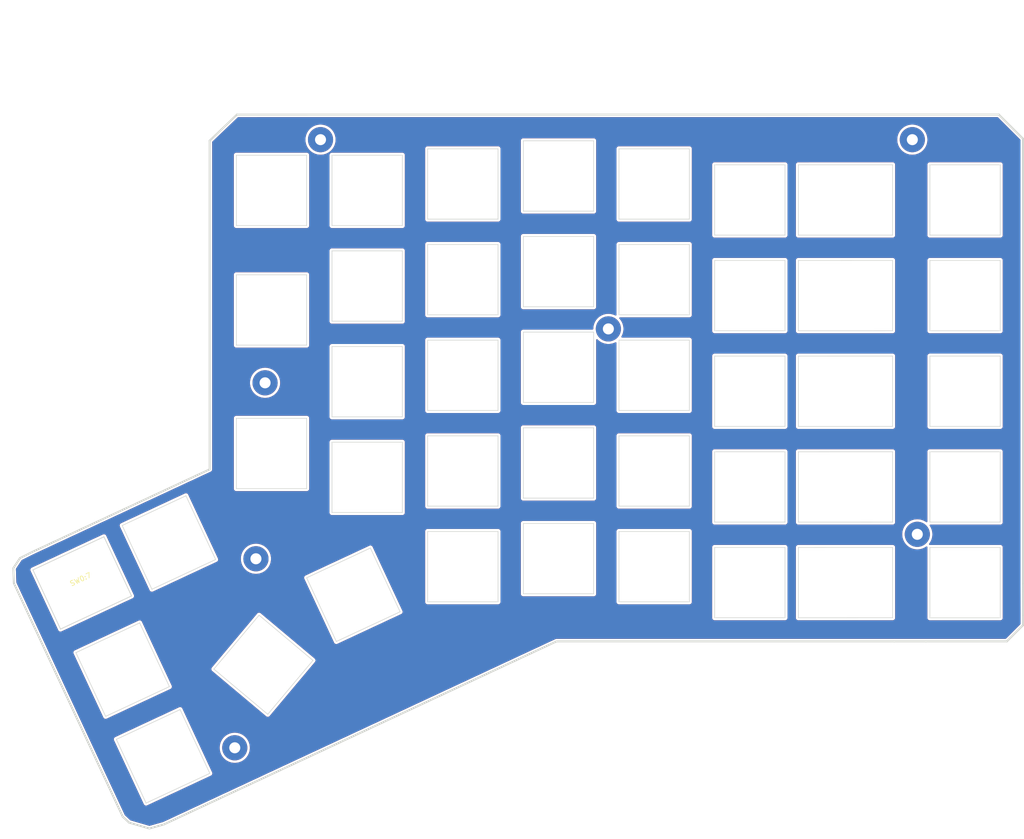
<source format=kicad_pcb>
(kicad_pcb (version 20211014) (generator pcbnew)
  (layers (0 "F.Cu" signal "Front") (31 "B.Cu" signal "Back") (34 "B.Paste" user) (35 "F.Paste" user) (36 "B.SilkS" user "B.Silkscreen") (37 "F.SilkS" user "F.Silkscreen") (38 "B.Mask" user) (39 "F.Mask" user) (44 "Edge.Cuts" user))
  (net 0 "")
  (footprint "SofleChocTop:SW_Hole_1.5" (layer "F.Cu") (at 186.6905 143.20266)
    (fp_text reference "SW1:13" hide)
    (fp_text value "SW1:0" hide)
    (fp_line (start -9.3807 7.00266) (end 9.3808 7) (layer "Edge.Cuts") (width 0.12))
    (fp_line (start -9.3807 -6.99734) (end -9.3807 7.00266) (layer "Edge.Cuts") (width 0.12))
    (fp_line (start 9.3808 7) (end 9.3808 -7) (layer "Edge.Cuts") (width 0.12))
    (fp_line (start 9.3808 -7) (end -9.3807 -6.99734) (layer "Edge.Cuts") (width 0.12))
  )
  (footprint "SofleChocTop:SW_Hole" (layer "F.Cu") (at 129.54 138.43)
    (fp_text reference "SW1:10" hide)
    (fp_text value "SW1:3" hide)
    (fp_line (start 7 7) (end 7 -7) (layer "Edge.Cuts") (width 0.12))
    (fp_line (start 7 -7) (end -7 -7) (layer "Edge.Cuts") (width 0.12))
    (fp_line (start -7 7) (end 7 7) (layer "Edge.Cuts") (width 0.12))
    (fp_line (start -7 -7) (end -7 7) (layer "Edge.Cuts") (width 0.12))
  )
  (footprint "SofleChocTop:SW_Hole" (layer "F.Cu") (at 110.49 140.02766)
    (fp_text reference "SW1:9" hide)
    (fp_text value "SW1:4" hide)
    (fp_line (start -7 -7) (end -7 7) (layer "Edge.Cuts") (width 0.12))
    (fp_line (start 7 7) (end 7 -7) (layer "Edge.Cuts") (width 0.12))
    (fp_line (start 7 -7) (end -7 -7) (layer "Edge.Cuts") (width 0.12))
    (fp_line (start -7 7) (end 7 7) (layer "Edge.Cuts") (width 0.12))
  )
  (footprint "SofleChocTop:SW_Hole_1.5" (layer "F.Cu") (at 186.6905 124.15266)
    (fp_text reference "SW2:13" hide)
    (fp_text value "SW2:0" hide)
    (fp_line (start 9.3808 7) (end 9.3808 -7) (layer "Edge.Cuts") (width 0.12))
    (fp_line (start -9.3807 7.00266) (end 9.3808 7) (layer "Edge.Cuts") (width 0.12))
    (fp_line (start 9.3808 -7) (end -9.3807 -6.99734) (layer "Edge.Cuts") (width 0.12))
    (fp_line (start -9.3807 -6.99734) (end -9.3807 7.00266) (layer "Edge.Cuts") (width 0.12))
  )
  (footprint "SofleChocTop:SW_Hole" (layer "F.Cu") (at 129.54 119.38)
    (fp_text reference "SW2:10" hide)
    (fp_text value "SW2:3" hide)
    (fp_line (start -7 -7) (end -7 7) (layer "Edge.Cuts") (width 0.12))
    (fp_line (start 7 -7) (end -7 -7) (layer "Edge.Cuts") (width 0.12))
    (fp_line (start -7 7) (end 7 7) (layer "Edge.Cuts") (width 0.12))
    (fp_line (start 7 7) (end 7 -7) (layer "Edge.Cuts") (width 0.12))
  )
  (footprint "SofleChocTop:SW_Hole" (layer "F.Cu") (at 110.49 120.97766)
    (fp_text reference "SW2:9" hide)
    (fp_text value "SW2:4" hide)
    (fp_line (start -7 -7) (end -7 7) (layer "Edge.Cuts") (width 0.12))
    (fp_line (start -7 7) (end 7 7) (layer "Edge.Cuts") (width 0.12))
    (fp_line (start 7 -7) (end -7 -7) (layer "Edge.Cuts") (width 0.12))
    (fp_line (start 7 7) (end 7 -7) (layer "Edge.Cuts") (width 0.12))
  )
  (footprint "SofleChocTop:SW_Hole" (layer "F.Cu") (at 72.39 117.48516 90)
    (fp_text reference "SW2:7" hide)
    (fp_text value "SW2:6" hide)
    (fp_line (start -7 -7) (end -7 7) (layer "Edge.Cuts") (width 0.12))
    (fp_line (start 7 7) (end 7 -7) (layer "Edge.Cuts") (width 0.12))
    (fp_line (start -7 7) (end 7 7) (layer "Edge.Cuts") (width 0.12))
    (fp_line (start 7 -7) (end -7 -7) (layer "Edge.Cuts") (width 0.12))
  )
  (footprint "SofleChocTop:SW_Hole_1.5" (layer "F.Cu") (at 186.6905 105.10266)
    (fp_text reference "SW3:13" hide)
    (fp_text value "SW3:0" hide)
    (fp_line (start -9.3807 7.00266) (end 9.3808 7) (layer "Edge.Cuts") (width 0.12))
    (fp_line (start -9.3807 -6.99734) (end -9.3807 7.00266) (layer "Edge.Cuts") (width 0.12))
    (fp_line (start 9.3808 -7) (end -9.3807 -6.99734) (layer "Edge.Cuts") (width 0.12))
    (fp_line (start 9.3808 7) (end 9.3808 -7) (layer "Edge.Cuts") (width 0.12))
  )
  (footprint "SofleChocTop:SW_Hole" (layer "F.Cu") (at 148.59 101.92766)
    (fp_text reference "SW3:11" hide)
    (fp_text value "SW3:2" hide)
    (fp_line (start -7 -7) (end -7 7) (layer "Edge.Cuts") (width 0.12))
    (fp_line (start 7 7) (end 7 -7) (layer "Edge.Cuts") (width 0.12))
    (fp_line (start 7 -7) (end -7 -7) (layer "Edge.Cuts") (width 0.12))
    (fp_line (start -7 7) (end 7 7) (layer "Edge.Cuts") (width 0.12))
  )
  (footprint "SofleChocTop:SW_Hole" (layer "F.Cu") (at 129.54 100.33)
    (fp_text reference "SW3:10" hide)
    (fp_text value "SW3:3" hide)
    (fp_line (start -7 -7) (end -7 7) (layer "Edge.Cuts") (width 0.12))
    (fp_line (start 7 -7) (end -7 -7) (layer "Edge.Cuts") (width 0.12))
    (fp_line (start -7 7) (end 7 7) (layer "Edge.Cuts") (width 0.12))
    (fp_line (start 7 7) (end 7 -7) (layer "Edge.Cuts") (width 0.12))
  )
  (footprint "SofleChocTop:SW_Hole" (layer "F.Cu") (at 110.49 101.92766)
    (fp_text reference "SW3:9" hide)
    (fp_text value "SW3:4" hide)
    (fp_line (start 7 7) (end 7 -7) (layer "Edge.Cuts") (width 0.12))
    (fp_line (start -7 7) (end 7 7) (layer "Edge.Cuts") (width 0.12))
    (fp_line (start 7 -7) (end -7 -7) (layer "Edge.Cuts") (width 0.12))
    (fp_line (start -7 -7) (end -7 7) (layer "Edge.Cuts") (width 0.12))
  )
  (footprint "SofleChocTop:SW_Hole" (layer "F.Cu") (at 91.44 103.19766)
    (fp_text reference "SW3:8" hide)
    (fp_text value "SW3:5" hide)
    (fp_line (start -7 7) (end 7 7) (layer "Edge.Cuts") (width 0.12))
    (fp_line (start -7 -7) (end -7 7) (layer "Edge.Cuts") (width 0.12))
    (fp_line (start 7 7) (end 7 -7) (layer "Edge.Cuts") (width 0.12))
    (fp_line (start 7 -7) (end -7 -7) (layer "Edge.Cuts") (width 0.12))
  )
  (footprint "SofleChocTop:SW_Hole_1.5" (layer "F.Cu") (at 186.6905 86.05266)
    (fp_text reference "SW4:13" hide)
    (fp_text value "SW4:0" hide)
    (fp_line (start -9.3807 -6.99734) (end -9.3807 7.00266) (layer "Edge.Cuts") (width 0.12))
    (fp_line (start -9.3807 7.00266) (end 9.3808 7) (layer "Edge.Cuts") (width 0.12))
    (fp_line (start 9.3808 -7) (end -9.3807 -6.99734) (layer "Edge.Cuts") (width 0.12))
    (fp_line (start 9.3808 7) (end 9.3808 -7) (layer "Edge.Cuts") (width 0.12))
  )
  (footprint "SofleChocTop:SW_Hole" (layer "F.Cu") (at 167.64 86.05266)
    (fp_text reference "SW4:12" hide)
    (fp_text value "SW4:1" hide)
    (fp_line (start -7 -7) (end -7 7) (layer "Edge.Cuts") (width 0.12))
    (fp_line (start 7 7) (end 7 -7) (layer "Edge.Cuts") (width 0.12))
    (fp_line (start -7 7) (end 7 7) (layer "Edge.Cuts") (width 0.12))
    (fp_line (start 7 -7) (end -7 -7) (layer "Edge.Cuts") (width 0.12))
  )
  (footprint "SofleChocTop:SW_Hole" (layer "F.Cu") (at 148.59 82.87766)
    (fp_text reference "SW4:11" hide)
    (fp_text value "SW4:2" hide)
    (fp_line (start 7 -7) (end -7 -7) (layer "Edge.Cuts") (width 0.12))
    (fp_line (start -7 -7) (end -7 7) (layer "Edge.Cuts") (width 0.12))
    (fp_line (start -7 7) (end 7 7) (layer "Edge.Cuts") (width 0.12))
    (fp_line (start 7 7) (end 7 -7) (layer "Edge.Cuts") (width 0.12))
  )
  (footprint "SofleChocTop:SW_Hole" (layer "F.Cu") (at 129.54 81.28)
    (fp_text reference "SW4:10" hide)
    (fp_text value "SW4:3" hide)
    (fp_line (start 7 -7) (end -7 -7) (layer "Edge.Cuts") (width 0.12))
    (fp_line (start -7 -7) (end -7 7) (layer "Edge.Cuts") (width 0.12))
    (fp_line (start 7 7) (end 7 -7) (layer "Edge.Cuts") (width 0.12))
    (fp_line (start -7 7) (end 7 7) (layer "Edge.Cuts") (width 0.12))
  )
  (footprint "SofleChocTop:SW_Hole" (layer "F.Cu") (at 110.49 82.87766)
    (fp_text reference "SW4:9" hide)
    (fp_text value "SW4:4" hide)
    (fp_line (start -7 7) (end 7 7) (layer "Edge.Cuts") (width 0.12))
    (fp_line (start -7 -7) (end -7 7) (layer "Edge.Cuts") (width 0.12))
    (fp_line (start 7 -7) (end -7 -7) (layer "Edge.Cuts") (width 0.12))
    (fp_line (start 7 7) (end 7 -7) (layer "Edge.Cuts") (width 0.12))
  )
  (footprint "SofleChocTop:SW_Hole" (layer "F.Cu") (at 91.44 84.14766)
    (fp_text reference "SW4:8" hide)
    (fp_text value "SW4:5" hide)
    (fp_line (start -7 7) (end 7 7) (layer "Edge.Cuts") (width 0.12))
    (fp_line (start 7 -7) (end -7 -7) (layer "Edge.Cuts") (width 0.12))
    (fp_line (start 7 7) (end 7 -7) (layer "Edge.Cuts") (width 0.12))
    (fp_line (start -7 -7) (end -7 7) (layer "Edge.Cuts") (width 0.12))
  )
  (footprint "SofleChocTop:SW_Hole" (layer "F.Cu") (at 72.39 88.91016 90)
    (fp_text reference "SW4:7" hide)
    (fp_text value "SW4:6" hide)
    (fp_line (start -7 -7) (end -7 7) (layer "Edge.Cuts") (width 0.12))
    (fp_line (start 7 -7) (end -7 -7) (layer "Edge.Cuts") (width 0.12))
    (fp_line (start 7 7) (end 7 -7) (layer "Edge.Cuts") (width 0.12))
    (fp_line (start -7 7) (end 7 7) (layer "Edge.Cuts") (width 0.12))
  )
  (footprint "SofleChocTop:SW_Hole" (layer "F.Cu") (at 88.691 145.628 25)
    (fp_text reference "SW0:10" hide)
    (fp_text value "SW0:3" hide)
    (fp_line (start 7 -7) (end -7 -7) (layer "Edge.Cuts") (width 0.12))
    (fp_line (start 7 7) (end 7 -7) (layer "Edge.Cuts") (width 0.12))
    (fp_line (start -7 -7) (end -7 7) (layer "Edge.Cuts") (width 0.12))
    (fp_line (start -7 7) (end 7 7) (layer "Edge.Cuts") (width 0.12))
  )
  (footprint "SofleChocTop:SW_Hole" (layer "F.Cu") (at 50.8 177.8 25)
    (fp_text reference "SW0:12" hide)
    (fp_text value "SW0:1" hide)
    (fp_line (start -7 -7) (end -7 7) (layer "Edge.Cuts") (width 0.12))
    (fp_line (start 7 7) (end 7 -7) (layer "Edge.Cuts") (width 0.12))
    (fp_line (start 7 -7) (end -7 -7) (layer "Edge.Cuts") (width 0.12))
    (fp_line (start -7 7) (end 7 7) (layer "Edge.Cuts") (width 0.12))
  )
  (footprint "SofleChocTop:SW_Hole" (layer "F.Cu") (at 70.78 159.565 50)
    (fp_text reference "SW0:11" hide)
    (fp_text value "SW0:2" hide)
    (fp_line (start -7 7) (end 7 7) (layer "Edge.Cuts") (width 0.12))
    (fp_line (start 7 7) (end 7 -7) (layer "Edge.Cuts") (width 0.12))
    (fp_line (start -7 -7) (end -7 7) (layer "Edge.Cuts") (width 0.12))
    (fp_line (start 7 -7) (end -7 -7) (layer "Edge.Cuts") (width 0.12))
  )
  (footprint "SofleChocTop:SW_Hole" (layer "F.Cu") (at 42.7482 160.53308 25)
    (fp_text reference "SW0:9" hide)
    (fp_text value "SW0:4" hide)
    (fp_line (start 7 7) (end 7 -7) (layer "Edge.Cuts") (width 0.12))
    (fp_line (start -7 7) (end 7 7) (layer "Edge.Cuts") (width 0.12))
    (fp_line (start -7 -7) (end -7 7) (layer "Edge.Cuts") (width 0.12))
    (fp_line (start 7 -7) (end -7 -7) (layer "Edge.Cuts") (width 0.12))
  )
  (footprint "ergodox library:EC11Cutout" (layer "F.Cu") (at 34.69894 143.2687 25)
    (fp_text reference "SW0:7" (at 0 -0.78 25 unlocked) (layer "F.SilkS"))
    (fp_text value "SW0:6")
    (fp_line (start -7.8 6.5) (end 7.8 6.5) (layer "Edge.Cuts") (width 0.15))
    (fp_line (start 7.8 -6.5) (end -7.8 -6.5) (layer "Edge.Cuts") (width 0.15))
    (fp_line (start -7.8 -6.5) (end -7.8 6.5) (layer "Edge.Cuts") (width 0.15))
    (fp_line (start 7.8 -6.5) (end 7.8 6.5) (layer "Edge.Cuts") (width 0.15))
  )
  (footprint "SofleChocTop:SW_Hole" (layer "F.Cu") (at 148.59 140.02766)
    (fp_text reference "SW1:11" hide)
    (fp_text value "SW1:2" hide)
    (fp_line (start -7 7) (end 7 7) (layer "Edge.Cuts") (width 0.12))
    (fp_line (start 7 7) (end 7 -7) (layer "Edge.Cuts") (width 0.12))
    (fp_line (start 7 -7) (end -7 -7) (layer "Edge.Cuts") (width 0.12))
    (fp_line (start -7 -7) (end -7 7) (layer "Edge.Cuts") (width 0.12))
  )
  (footprint "SofleChocTop:SW_Hole" (layer "F.Cu") (at 51.96332 135.21944 25)
    (fp_text reference "SW0:8" hide)
    (fp_text value "SW0:5" hide)
    (fp_line (start 7 7) (end 7 -7) (layer "Edge.Cuts") (width 0.12))
    (fp_line (start -7 -7) (end -7 7) (layer "Edge.Cuts") (width 0.12))
    (fp_line (start 7 -7) (end -7 -7) (layer "Edge.Cuts") (width 0.12))
    (fp_line (start -7 7) (end 7 7) (layer "Edge.Cuts") (width 0.12))
  )
  (footprint "SofleChocTop:SW_Hole_1.5" (layer "F.Cu") (at 186.6905 67.0052)
    (fp_text reference "SW5:13" hide)
    (fp_text value "SW5:0" hide)
    (fp_line (start -9.3807 -6.99734) (end -9.3807 7.00266) (layer "Edge.Cuts") (width 0.12))
    (fp_line (start 9.3808 7) (end 9.3808 -7) (layer "Edge.Cuts") (width 0.12))
    (fp_line (start -9.3807 7.00266) (end 9.3808 7) (layer "Edge.Cuts") (width 0.12))
    (fp_line (start 9.3808 -7) (end -9.3807 -6.99734) (layer "Edge.Cuts") (width 0.12))
  )
  (footprint "SofleChocTop:SW_Hole" (layer "F.Cu") (at 110.49 63.82766)
    (fp_text reference "SW5:9" hide)
    (fp_text value "SW5:4" hide)
    (fp_line (start 7 -7) (end -7 -7) (layer "Edge.Cuts") (width 0.12))
    (fp_line (start -7 7) (end 7 7) (layer "Edge.Cuts") (width 0.12))
    (fp_line (start -7 -7) (end -7 7) (layer "Edge.Cuts") (width 0.12))
    (fp_line (start 7 7) (end 7 -7) (layer "Edge.Cuts") (width 0.12))
  )
  (footprint "SofleChocTop:SW_Hole" (layer "F.Cu") (at 129.54 62.23)
    (fp_text reference "SW5:10" hide)
    (fp_text value "SW5:3" hide)
    (fp_line (start 7 -7) (end -7 -7) (layer "Edge.Cuts") (width 0.12))
    (fp_line (start -7 7) (end 7 7) (layer "Edge.Cuts") (width 0.12))
    (fp_line (start -7 -7) (end -7 7) (layer "Edge.Cuts") (width 0.12))
    (fp_line (start 7 7) (end 7 -7) (layer "Edge.Cuts") (width 0.12))
  )
  (footprint "SofleChocTop:SW_Hole" (layer "F.Cu") (at 148.59 63.82766)
    (fp_text reference "SW5:11" hide)
    (fp_text value "SW5:2" hide)
    (fp_line (start 7 -7) (end -7 -7) (layer "Edge.Cuts") (width 0.12))
    (fp_line (start 7 7) (end 7 -7) (layer "Edge.Cuts") (width 0.12))
    (fp_line (start -7 -7) (end -7 7) (layer "Edge.Cuts") (width 0.12))
    (fp_line (start -7 7) (end 7 7) (layer "Edge.Cuts") (width 0.12))
  )
  (footprint "SofleChocTop:SW_Hole" (layer "F.Cu") (at 167.64 67.0052)
    (fp_text reference "SW5:12" hide)
    (fp_text value "SW5:1" hide)
    (fp_line (start -7 -7) (end -7 7) (layer "Edge.Cuts") (width 0.12))
    (fp_line (start 7 -7) (end -7 -7) (layer "Edge.Cuts") (width 0.12))
    (fp_line (start 7 7) (end 7 -7) (layer "Edge.Cuts") (width 0.12))
    (fp_line (start -7 7) (end 7 7) (layer "Edge.Cuts") (width 0.12))
  )
  (footprint "SofleChocTop:SW_Hole" (layer "F.Cu") (at 91.44 65.1002)
    (fp_text reference "SW5:8" hide)
    (fp_text value "SW5:5" hide)
    (fp_line (start 7 -7) (end -7 -7) (layer "Edge.Cuts") (width 0.12))
    (fp_line (start 7 7) (end 7 -7) (layer "Edge.Cuts") (width 0.12))
    (fp_line (start -7 -7) (end -7 7) (layer "Edge.Cuts") (width 0.12))
    (fp_line (start -7 7) (end 7 7) (layer "Edge.Cuts") (width 0.12))
  )
  (footprint "SofleChocTop:SW_Hole" (layer "F.Cu") (at 72.39 65.1002)
    (fp_text reference "SW5:7" hide)
    (fp_text value "SW5:6" hide)
    (fp_line (start -7 -7) (end -7 7) (layer "Edge.Cuts") (width 0.12))
    (fp_line (start 7 7) (end 7 -7) (layer "Edge.Cuts") (width 0.12))
    (fp_line (start 7 -7) (end -7 -7) (layer "Edge.Cuts") (width 0.12))
    (fp_line (start -7 7) (end 7 7) (layer "Edge.Cuts") (width 0.12))
  )
  (footprint "SofleChocTop:SW_Hole" (layer "F.Cu") (at 148.59 120.97766)
    (fp_text reference "SW2:11" hide)
    (fp_text value "SW2:2" hide)
    (fp_line (start 7 7) (end 7 -7) (layer "Edge.Cuts") (width 0.12))
    (fp_line (start 7 -7) (end -7 -7) (layer "Edge.Cuts") (width 0.12))
    (fp_line (start -7 7) (end 7 7) (layer "Edge.Cuts") (width 0.12))
    (fp_line (start -7 -7) (end -7 7) (layer "Edge.Cuts") (width 0.12))
  )
  (footprint "SofleChocTop:SW_Hole" (layer "F.Cu") (at 91.44 122.24766)
    (fp_text reference "SW2:8" hide)
    (fp_text value "SW2:5" hide)
    (fp_line (start -7 7) (end 7 7) (layer "Edge.Cuts") (width 0.12))
    (fp_line (start -7 -7) (end -7 7) (layer "Edge.Cuts") (width 0.12))
    (fp_line (start 7 7) (end 7 -7) (layer "Edge.Cuts") (width 0.12))
    (fp_line (start 7 -7) (end -7 -7) (layer "Edge.Cuts") (width 0.12))
  )
  (footprint "SofleChocTop:SW_Hole" (layer "F.Cu") (at 167.64 105.10266)
    (fp_text reference "SW3:12" hide)
    (fp_text value "SW3:1" hide)
    (fp_line (start -7 -7) (end -7 7) (layer "Edge.Cuts") (width 0.12))
    (fp_line (start -7 7) (end 7 7) (layer "Edge.Cuts") (width 0.12))
    (fp_line (start 7 7) (end 7 -7) (layer "Edge.Cuts") (width 0.12))
    (fp_line (start 7 -7) (end -7 -7) (layer "Edge.Cuts") (width 0.12))
  )
  (footprint "SofleChocTop:SW_Hole" (layer "F.Cu") (at 167.64 124.15266)
    (fp_text reference "SW2:12" hide)
    (fp_text value "SW2:1" hide)
    (fp_line (start -7 -7) (end -7 7) (layer "Edge.Cuts") (width 0.12))
    (fp_line (start 7 -7) (end -7 -7) (layer "Edge.Cuts") (width 0.12))
    (fp_line (start 7 7) (end 7 -7) (layer "Edge.Cuts") (width 0.12))
    (fp_line (start -7 7) (end 7 7) (layer "Edge.Cuts") (width 0.12))
  )
  (footprint "SofleChocTop:SW_Hole" (layer "F.Cu") (at 167.64 143.20266)
    (fp_text reference "SW1:12" hide)
    (fp_text value "SW1:1" hide)
    (fp_line (start 7 7) (end 7 -7) (layer "Edge.Cuts") (width 0.12))
    (fp_line (start -7 -7) (end -7 7) (layer "Edge.Cuts") (width 0.12))
    (fp_line (start 7 -7) (end -7 -7) (layer "Edge.Cuts") (width 0.12))
    (fp_line (start -7 7) (end 7 7) (layer "Edge.Cuts") (width 0.12))
  )
  (footprint "" (layer "F.Cu") (at 139.4714 92.6846)
    (fp_text reference "" (at 0 0) (layer "F.SilkS") (effects (font (size 1.27 1.27))))
    (fp_text value "" (at 0 0) (layer "F.SilkS") (effects (font (size 1.27 1.27))))
    (pad "" thru_hole circle locked (at 0 0) (size 5 5) (drill 2.2) (layers *.Cu *.Mask))
  )
  (footprint "SofleChocTop:SW_Hole" (layer "F.Cu") (at 210.5024 124.15085)
    (fp_text reference "SW11" hide)
    (fp_text value "SW_Push" hide)
    (fp_line (start 7 -7) (end -7 -7) (layer "Edge.Cuts") (width 0.12))
    (fp_line (start 7 7) (end 7 -7) (layer "Edge.Cuts") (width 0.12))
    (fp_line (start -7 -7) (end -7 7) (layer "Edge.Cuts") (width 0.12))
    (fp_line (start -7 7) (end 7 7) (layer "Edge.Cuts") (width 0.12))
  )
  (footprint "" (layer "F.Cu") (at 65.0748 176.0982)
    (fp_text reference "" (at 0 0) (layer "F.SilkS") (effects (font (size 1.27 1.27))))
    (fp_text value "" (at 0 0) (layer "F.SilkS") (effects (font (size 1.27 1.27))))
    (pad "" thru_hole circle locked (at 0 0) (size 5 5) (drill 2.2) (layers *.Cu *.Mask))
  )
  (footprint "SofleChocTop:SW_Hole" (layer "F.Cu") (at 210.5024 86.0552)
    (fp_text reference "SW11" hide)
    (fp_text value "SW_Push" hide)
    (fp_line (start -7 7) (end 7 7) (layer "Edge.Cuts") (width 0.12))
    (fp_line (start 7 7) (end 7 -7) (layer "Edge.Cuts") (width 0.12))
    (fp_line (start -7 -7) (end -7 7) (layer "Edge.Cuts") (width 0.12))
    (fp_line (start 7 -7) (end -7 -7) (layer "Edge.Cuts") (width 0.12))
  )
  (footprint "" (layer "F.Cu") (at 82.15 52.89)
    (fp_text reference "" (at 0 0) (layer "F.SilkS") (effects (font (size 1.27 1.27))))
    (fp_text value "" (at 0 0) (layer "F.SilkS") (effects (font (size 1.27 1.27))))
    (pad "" thru_hole circle (at 0 2.11) (size 5 5) (drill 2.2) (layers *.Cu *.Mask))
  )
  (footprint "" (layer "F.Cu") (at 71.11 103.42)
    (fp_text reference "" (at 0 0) (layer "F.SilkS") (effects (font (size 1.27 1.27))))
    (fp_text value "" (at 0 0) (layer "F.SilkS") (effects (font (size 1.27 1.27))))
    (pad "" thru_hole circle locked (at 0 0) (size 5 5) (drill 2.2) (layers *.Cu *.Mask))
  )
  (footprint "" (layer "F.Cu") (at 200.99 133.59)
    (fp_text reference "" (at 0 0) (layer "F.SilkS") (effects (font (size 1.27 1.27))))
    (fp_text value "" (at 0 0) (layer "F.SilkS") (effects (font (size 1.27 1.27))))
    (pad "" thru_hole circle locked (at 0 0) (size 5 5) (drill 2.2) (layers *.Cu *.Mask))
  )
  (footprint "SofleChocTop:SW_Hole" (layer "F.Cu") (at 210.5024 67.0052)
    (fp_text reference "SW11" hide)
    (fp_text value "SW_Push" hide)
    (fp_line (start 7 -7) (end -7 -7) (layer "Edge.Cuts") (width 0.12))
    (fp_line (start -7 -7) (end -7 7) (layer "Edge.Cuts") (width 0.12))
    (fp_line (start -7 7) (end 7 7) (layer "Edge.Cuts") (width 0.12))
    (fp_line (start 7 7) (end 7 -7) (layer "Edge.Cuts") (width 0.12))
  )
  (footprint "SofleChocTop:SW_Hole" (layer "F.Cu") (at 210.5024 143.21085)
    (fp_text reference "SW11" hide)
    (fp_text value "SW_Push" hide)
    (fp_line (start -7 7) (end 7 7) (layer "Edge.Cuts") (width 0.12))
    (fp_line (start -7 -7) (end -7 7) (layer "Edge.Cuts") (width 0.12))
    (fp_line (start 7 7) (end 7 -7) (layer "Edge.Cuts") (width 0.12))
    (fp_line (start 7 -7) (end -7 -7) (layer "Edge.Cuts") (width 0.12))
  )
  (footprint "SofleChocTop:SW_Hole" (layer "F.Cu") (at 210.5024 105.10085)
    (fp_text reference "SW11" hide)
    (fp_text value "SW_Push" hide)
    (fp_line (start -7 -7) (end -7 7) (layer "Edge.Cuts") (width 0.12))
    (fp_line (start -7 7) (end 7 7) (layer "Edge.Cuts") (width 0.12))
    (fp_line (start 7 -7) (end -7 -7) (layer "Edge.Cuts") (width 0.12))
    (fp_line (start 7 7) (end 7 -7) (layer "Edge.Cuts") (width 0.12))
  )
  (footprint "" (layer "F.Cu") (at 202.68 38.53)
    (fp_text reference "" (at 0 0) (layer "F.SilkS") (effects (font (size 1.27 1.27))))
    (fp_text value "" (at 0 0) (layer "F.SilkS") (effects (font (size 1.27 1.27))))
    (pad "" thru_hole circle (at -2.68 16.47) (size 5 5) (drill 2.2) (layers *.Cu *.Mask))
  )
  (footprint "" (layer "F.Cu") (at 69.29 138.46)
    (fp_text reference "" (at 0 0) (layer "F.SilkS") (effects (font (size 1.27 1.27))))
    (fp_text value "" (at 0 0) (layer "F.SilkS") (effects (font (size 1.27 1.27))))
    (pad "" thru_hole circle locked (at 0 0) (size 5 5) (drill 2.2) (layers *.Cu *.Mask))
  )
  (gr_line (start 202.692 154.908) (end 218.821 154.908) (layer "Edge.Cuts") (width 0.381))
  (gr_line (start 217.22 50) (end 222.0468 54.82) (layer "Edge.Cuts") (width 0.381))
  (gr_line (start 21.08098 143.31544) (end 20.975 140.325) (layer "Edge.Cuts") (width 0.381))
  (gr_line (start 20.975 140.325) (end 22.3 138.325) (layer "Edge.Cuts") (width 0.381))
  (gr_line (start 60.07 55.21) (end 65.51 50.01) (layer "Edge.Cuts") (width 0.381))
  (gr_line (start 44.03053 191.00292) (end 48.075 192.175) (layer "Edge.Cuts") (width 0.381))
  (gr_line (start 22.3 138.325) (end 24.61768 137.16) (layer "Edge.Cuts") (width 0.381))
  (gr_line (start 65.51 50.01) (end 217.22 50) (layer "Edge.Cuts") (width 0.381))
  (gr_line (start 222.0595 149.6695) (end 222.0595 151.6695) (layer "Edge.Cuts") (width 0.381))
  (gr_line (start 42.76496 189.81776) (end 44.03053 191.00292) (layer "Edge.Cuts") (width 0.381))
  (gr_line (start 129.1524 154.908) (end 196.3928 154.908) (layer "Edge.Cuts") (width 0.381))
  (gr_line (start 48.075 192.175) (end 50.9839 191.35192) (layer "Edge.Cuts") (width 0.381))
  (gr_line (start 218.821 154.908) (end 222.0595 151.6695) (layer "Edge.Cuts") (width 0.381))
  (gr_line (start 24.61768 137.16) (end 28.9852 135.128) (layer "Edge.Cuts") (width 0.381))
  (gr_line (start 196.3928 154.908) (end 202.692 154.908) (layer "Edge.Cuts") (width 0.381))
  (gr_line (start 60.07 55.21) (end 60.07 120.65) (layer "Edge.Cuts") (width 0.381))
  (gr_line (start 222.0468 143.383) (end 222.0595 149.6695) (layer "Edge.Cuts") (width 0.381))
  (gr_line (start 222.0468 143.383) (end 222.0468 54.82) (layer "Edge.Cuts") (width 0.381))
  (gr_line (start 21.08098 143.31544) (end 42.76496 189.81776) (layer "Edge.Cuts") (width 0.381))
  (gr_line (start 50.9839 191.35192) (end 129.1524 154.908) (layer "Edge.Cuts") (width 0.381))
  (gr_line (start 28.9852 135.128) (end 60.07 120.65) (layer "Edge.Cuts") (width 0.381))
  (zone (net 0) (net_name "") (layer "F.Cu") (connect_pads (clearance 0.508)) (min_thickness 0.3048) (fill yes (thermal_gap 0.3048) (thermal_bridge_width 0.6096))
    (polygon (pts (xy 222.05 154.875) (xy 222.04 30.42) (xy 218.88 27.27) (xy 32.258 27.22) (xy 28.956 30.54) (xy 28.956 135.128) (xy 18.325 140.05) (xy 42.425 194.25)))
  )
  (zone (net 0) (net_name "") (layer "B.Cu") (connect_pads (clearance 0.508)) (min_thickness 0.3048) (fill yes (thermal_gap 0.3048) (thermal_bridge_width 0.6096))
    (polygon (pts (xy 222 154.9) (xy 222.105828 30.442951) (xy 218.835828 27.242951) (xy 80.48 27.19) (xy 32.258 27.25) (xy 28.956 30.51) (xy 28.956 135.128) (xy 18.5 140) (xy 42.625 194.3)))
  )
)
</source>
